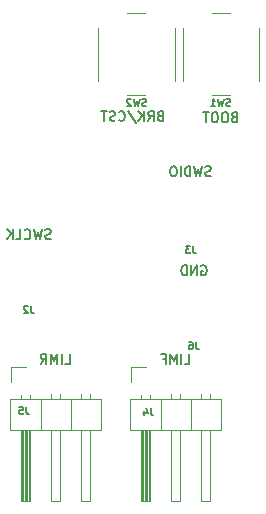
<source format=gbr>
%TF.GenerationSoftware,KiCad,Pcbnew,(5.1.9)-1*%
%TF.CreationDate,2021-12-20T22:20:38-08:00*%
%TF.ProjectId,MCL-102-2,4d434c2d-3130-4322-9d32-2e6b69636164,rev?*%
%TF.SameCoordinates,Original*%
%TF.FileFunction,Legend,Bot*%
%TF.FilePolarity,Positive*%
%FSLAX46Y46*%
G04 Gerber Fmt 4.6, Leading zero omitted, Abs format (unit mm)*
G04 Created by KiCad (PCBNEW (5.1.9)-1) date 2021-12-20 22:20:38*
%MOMM*%
%LPD*%
G01*
G04 APERTURE LIST*
%ADD10C,0.139700*%
%ADD11C,0.120000*%
%ADD12C,0.127000*%
G04 APERTURE END LIST*
D10*
X146948676Y-106273600D02*
X147026085Y-106234895D01*
X147142200Y-106234895D01*
X147258314Y-106273600D01*
X147335723Y-106351009D01*
X147374428Y-106428419D01*
X147413133Y-106583238D01*
X147413133Y-106699352D01*
X147374428Y-106854171D01*
X147335723Y-106931580D01*
X147258314Y-107008990D01*
X147142200Y-107047695D01*
X147064790Y-107047695D01*
X146948676Y-107008990D01*
X146909971Y-106970285D01*
X146909971Y-106699352D01*
X147064790Y-106699352D01*
X146561628Y-107047695D02*
X146561628Y-106234895D01*
X146097171Y-107047695D01*
X146097171Y-106234895D01*
X145710123Y-107047695D02*
X145710123Y-106234895D01*
X145516600Y-106234895D01*
X145400485Y-106273600D01*
X145323076Y-106351009D01*
X145284371Y-106428419D01*
X145245666Y-106583238D01*
X145245666Y-106699352D01*
X145284371Y-106854171D01*
X145323076Y-106931580D01*
X145400485Y-107008990D01*
X145516600Y-107047695D01*
X145710123Y-107047695D01*
X147772361Y-98626990D02*
X147656247Y-98665695D01*
X147462723Y-98665695D01*
X147385314Y-98626990D01*
X147346609Y-98588285D01*
X147307904Y-98510876D01*
X147307904Y-98433466D01*
X147346609Y-98356057D01*
X147385314Y-98317352D01*
X147462723Y-98278647D01*
X147617542Y-98239942D01*
X147694952Y-98201238D01*
X147733657Y-98162533D01*
X147772361Y-98085123D01*
X147772361Y-98007714D01*
X147733657Y-97930304D01*
X147694952Y-97891600D01*
X147617542Y-97852895D01*
X147424019Y-97852895D01*
X147307904Y-97891600D01*
X147036971Y-97852895D02*
X146843447Y-98665695D01*
X146688628Y-98085123D01*
X146533809Y-98665695D01*
X146340285Y-97852895D01*
X146030647Y-98665695D02*
X146030647Y-97852895D01*
X145837123Y-97852895D01*
X145721009Y-97891600D01*
X145643600Y-97969009D01*
X145604895Y-98046419D01*
X145566190Y-98201238D01*
X145566190Y-98317352D01*
X145604895Y-98472171D01*
X145643600Y-98549580D01*
X145721009Y-98626990D01*
X145837123Y-98665695D01*
X146030647Y-98665695D01*
X145217847Y-98665695D02*
X145217847Y-97852895D01*
X144675980Y-97852895D02*
X144521161Y-97852895D01*
X144443752Y-97891600D01*
X144366342Y-97969009D01*
X144327638Y-98123828D01*
X144327638Y-98394761D01*
X144366342Y-98549580D01*
X144443752Y-98626990D01*
X144521161Y-98665695D01*
X144675980Y-98665695D01*
X144753390Y-98626990D01*
X144830800Y-98549580D01*
X144869504Y-98394761D01*
X144869504Y-98123828D01*
X144830800Y-97969009D01*
X144753390Y-97891600D01*
X144675980Y-97852895D01*
X134197876Y-103960990D02*
X134081761Y-103999695D01*
X133888238Y-103999695D01*
X133810828Y-103960990D01*
X133772123Y-103922285D01*
X133733419Y-103844876D01*
X133733419Y-103767466D01*
X133772123Y-103690057D01*
X133810828Y-103651352D01*
X133888238Y-103612647D01*
X134043057Y-103573942D01*
X134120466Y-103535238D01*
X134159171Y-103496533D01*
X134197876Y-103419123D01*
X134197876Y-103341714D01*
X134159171Y-103264304D01*
X134120466Y-103225600D01*
X134043057Y-103186895D01*
X133849533Y-103186895D01*
X133733419Y-103225600D01*
X133462485Y-103186895D02*
X133268961Y-103999695D01*
X133114142Y-103419123D01*
X132959323Y-103999695D01*
X132765800Y-103186895D01*
X131991704Y-103922285D02*
X132030409Y-103960990D01*
X132146523Y-103999695D01*
X132223933Y-103999695D01*
X132340047Y-103960990D01*
X132417457Y-103883580D01*
X132456161Y-103806171D01*
X132494866Y-103651352D01*
X132494866Y-103535238D01*
X132456161Y-103380419D01*
X132417457Y-103303009D01*
X132340047Y-103225600D01*
X132223933Y-103186895D01*
X132146523Y-103186895D01*
X132030409Y-103225600D01*
X131991704Y-103264304D01*
X131256314Y-103999695D02*
X131643361Y-103999695D01*
X131643361Y-103186895D01*
X130985380Y-103999695D02*
X130985380Y-103186895D01*
X130520923Y-103999695D02*
X130869266Y-103535238D01*
X130520923Y-103186895D02*
X130985380Y-103651352D01*
X149718485Y-93667942D02*
X149602371Y-93706647D01*
X149563666Y-93745352D01*
X149524961Y-93822761D01*
X149524961Y-93938876D01*
X149563666Y-94016285D01*
X149602371Y-94054990D01*
X149679780Y-94093695D01*
X149989419Y-94093695D01*
X149989419Y-93280895D01*
X149718485Y-93280895D01*
X149641076Y-93319600D01*
X149602371Y-93358304D01*
X149563666Y-93435714D01*
X149563666Y-93513123D01*
X149602371Y-93590533D01*
X149641076Y-93629238D01*
X149718485Y-93667942D01*
X149989419Y-93667942D01*
X149021800Y-93280895D02*
X148866980Y-93280895D01*
X148789571Y-93319600D01*
X148712161Y-93397009D01*
X148673457Y-93551828D01*
X148673457Y-93822761D01*
X148712161Y-93977580D01*
X148789571Y-94054990D01*
X148866980Y-94093695D01*
X149021800Y-94093695D01*
X149099209Y-94054990D01*
X149176619Y-93977580D01*
X149215323Y-93822761D01*
X149215323Y-93551828D01*
X149176619Y-93397009D01*
X149099209Y-93319600D01*
X149021800Y-93280895D01*
X148170295Y-93280895D02*
X148015476Y-93280895D01*
X147938066Y-93319600D01*
X147860657Y-93397009D01*
X147821952Y-93551828D01*
X147821952Y-93822761D01*
X147860657Y-93977580D01*
X147938066Y-94054990D01*
X148015476Y-94093695D01*
X148170295Y-94093695D01*
X148247704Y-94054990D01*
X148325114Y-93977580D01*
X148363819Y-93822761D01*
X148363819Y-93551828D01*
X148325114Y-93397009D01*
X148247704Y-93319600D01*
X148170295Y-93280895D01*
X147589723Y-93280895D02*
X147125266Y-93280895D01*
X147357495Y-94093695D02*
X147357495Y-93280895D01*
X143456780Y-93566342D02*
X143340666Y-93605047D01*
X143301961Y-93643752D01*
X143263257Y-93721161D01*
X143263257Y-93837276D01*
X143301961Y-93914685D01*
X143340666Y-93953390D01*
X143418076Y-93992095D01*
X143727714Y-93992095D01*
X143727714Y-93179295D01*
X143456780Y-93179295D01*
X143379371Y-93218000D01*
X143340666Y-93256704D01*
X143301961Y-93334114D01*
X143301961Y-93411523D01*
X143340666Y-93488933D01*
X143379371Y-93527638D01*
X143456780Y-93566342D01*
X143727714Y-93566342D01*
X142450457Y-93992095D02*
X142721390Y-93605047D01*
X142914914Y-93992095D02*
X142914914Y-93179295D01*
X142605276Y-93179295D01*
X142527866Y-93218000D01*
X142489161Y-93256704D01*
X142450457Y-93334114D01*
X142450457Y-93450228D01*
X142489161Y-93527638D01*
X142527866Y-93566342D01*
X142605276Y-93605047D01*
X142914914Y-93605047D01*
X142102114Y-93992095D02*
X142102114Y-93179295D01*
X141637657Y-93992095D02*
X141986000Y-93527638D01*
X141637657Y-93179295D02*
X142102114Y-93643752D01*
X140708742Y-93140590D02*
X141405428Y-94185619D01*
X139973352Y-93914685D02*
X140012057Y-93953390D01*
X140128171Y-93992095D01*
X140205580Y-93992095D01*
X140321695Y-93953390D01*
X140399104Y-93875980D01*
X140437809Y-93798571D01*
X140476514Y-93643752D01*
X140476514Y-93527638D01*
X140437809Y-93372819D01*
X140399104Y-93295409D01*
X140321695Y-93218000D01*
X140205580Y-93179295D01*
X140128171Y-93179295D01*
X140012057Y-93218000D01*
X139973352Y-93256704D01*
X139663714Y-93953390D02*
X139547600Y-93992095D01*
X139354076Y-93992095D01*
X139276666Y-93953390D01*
X139237961Y-93914685D01*
X139199257Y-93837276D01*
X139199257Y-93759866D01*
X139237961Y-93682457D01*
X139276666Y-93643752D01*
X139354076Y-93605047D01*
X139508895Y-93566342D01*
X139586304Y-93527638D01*
X139625009Y-93488933D01*
X139663714Y-93411523D01*
X139663714Y-93334114D01*
X139625009Y-93256704D01*
X139586304Y-93218000D01*
X139508895Y-93179295D01*
X139315371Y-93179295D01*
X139199257Y-93218000D01*
X138967028Y-93179295D02*
X138502571Y-93179295D01*
X138734800Y-93992095D02*
X138734800Y-93179295D01*
X135432800Y-114540695D02*
X135819847Y-114540695D01*
X135819847Y-113727895D01*
X135161866Y-114540695D02*
X135161866Y-113727895D01*
X134774819Y-114540695D02*
X134774819Y-113727895D01*
X134503885Y-114308466D01*
X134232952Y-113727895D01*
X134232952Y-114540695D01*
X133381447Y-114540695D02*
X133652380Y-114153647D01*
X133845904Y-114540695D02*
X133845904Y-113727895D01*
X133536266Y-113727895D01*
X133458857Y-113766600D01*
X133420152Y-113805304D01*
X133381447Y-113882714D01*
X133381447Y-113998828D01*
X133420152Y-114076238D01*
X133458857Y-114114942D01*
X133536266Y-114153647D01*
X133845904Y-114153647D01*
X145534742Y-114540695D02*
X145921790Y-114540695D01*
X145921790Y-113727895D01*
X145263809Y-114540695D02*
X145263809Y-113727895D01*
X144876761Y-114540695D02*
X144876761Y-113727895D01*
X144605828Y-114308466D01*
X144334895Y-113727895D01*
X144334895Y-114540695D01*
X143676914Y-114114942D02*
X143947847Y-114114942D01*
X143947847Y-114540695D02*
X143947847Y-113727895D01*
X143560800Y-113727895D01*
D11*
%TO.C,SW1*%
X149376000Y-91840000D02*
X147876000Y-91840000D01*
X145376000Y-90590000D02*
X145376000Y-86090000D01*
X147876000Y-84840000D02*
X149376000Y-84840000D01*
X151876000Y-86090000D02*
X151876000Y-90590000D01*
%TO.C,J5*%
X130750000Y-117518000D02*
X138490000Y-117518000D01*
X138490000Y-117518000D02*
X138490000Y-120178000D01*
X138490000Y-120178000D02*
X130750000Y-120178000D01*
X130750000Y-120178000D02*
X130750000Y-117518000D01*
X131700000Y-120178000D02*
X131700000Y-126178000D01*
X131700000Y-126178000D02*
X132460000Y-126178000D01*
X132460000Y-126178000D02*
X132460000Y-120178000D01*
X131760000Y-120178000D02*
X131760000Y-126178000D01*
X131880000Y-120178000D02*
X131880000Y-126178000D01*
X132000000Y-120178000D02*
X132000000Y-126178000D01*
X132120000Y-120178000D02*
X132120000Y-126178000D01*
X132240000Y-120178000D02*
X132240000Y-126178000D01*
X132360000Y-120178000D02*
X132360000Y-126178000D01*
X131700000Y-117188000D02*
X131700000Y-117518000D01*
X132460000Y-117188000D02*
X132460000Y-117518000D01*
X133350000Y-117518000D02*
X133350000Y-120178000D01*
X134240000Y-120178000D02*
X134240000Y-126178000D01*
X134240000Y-126178000D02*
X135000000Y-126178000D01*
X135000000Y-126178000D02*
X135000000Y-120178000D01*
X134240000Y-117120929D02*
X134240000Y-117518000D01*
X135000000Y-117120929D02*
X135000000Y-117518000D01*
X135890000Y-117518000D02*
X135890000Y-120178000D01*
X136780000Y-120178000D02*
X136780000Y-126178000D01*
X136780000Y-126178000D02*
X137540000Y-126178000D01*
X137540000Y-126178000D02*
X137540000Y-120178000D01*
X136780000Y-117120929D02*
X136780000Y-117518000D01*
X137540000Y-117120929D02*
X137540000Y-117518000D01*
X132080000Y-114808000D02*
X130810000Y-114808000D01*
X130810000Y-114808000D02*
X130810000Y-116078000D01*
%TO.C,J4*%
X140910000Y-117518000D02*
X148650000Y-117518000D01*
X148650000Y-117518000D02*
X148650000Y-120178000D01*
X148650000Y-120178000D02*
X140910000Y-120178000D01*
X140910000Y-120178000D02*
X140910000Y-117518000D01*
X141860000Y-120178000D02*
X141860000Y-126178000D01*
X141860000Y-126178000D02*
X142620000Y-126178000D01*
X142620000Y-126178000D02*
X142620000Y-120178000D01*
X141920000Y-120178000D02*
X141920000Y-126178000D01*
X142040000Y-120178000D02*
X142040000Y-126178000D01*
X142160000Y-120178000D02*
X142160000Y-126178000D01*
X142280000Y-120178000D02*
X142280000Y-126178000D01*
X142400000Y-120178000D02*
X142400000Y-126178000D01*
X142520000Y-120178000D02*
X142520000Y-126178000D01*
X141860000Y-117188000D02*
X141860000Y-117518000D01*
X142620000Y-117188000D02*
X142620000Y-117518000D01*
X143510000Y-117518000D02*
X143510000Y-120178000D01*
X144400000Y-120178000D02*
X144400000Y-126178000D01*
X144400000Y-126178000D02*
X145160000Y-126178000D01*
X145160000Y-126178000D02*
X145160000Y-120178000D01*
X144400000Y-117120929D02*
X144400000Y-117518000D01*
X145160000Y-117120929D02*
X145160000Y-117518000D01*
X146050000Y-117518000D02*
X146050000Y-120178000D01*
X146940000Y-120178000D02*
X146940000Y-126178000D01*
X146940000Y-126178000D02*
X147700000Y-126178000D01*
X147700000Y-126178000D02*
X147700000Y-120178000D01*
X146940000Y-117120929D02*
X146940000Y-117518000D01*
X147700000Y-117120929D02*
X147700000Y-117518000D01*
X142240000Y-114808000D02*
X140970000Y-114808000D01*
X140970000Y-114808000D02*
X140970000Y-116078000D01*
%TO.C,SW2*%
X142192000Y-91840000D02*
X140692000Y-91840000D01*
X138192000Y-90590000D02*
X138192000Y-86090000D01*
X140692000Y-84840000D02*
X142192000Y-84840000D01*
X144692000Y-86090000D02*
X144692000Y-90590000D01*
%TO.C,SW1*%
D12*
X149402800Y-92702742D02*
X149315714Y-92731771D01*
X149170571Y-92731771D01*
X149112514Y-92702742D01*
X149083485Y-92673714D01*
X149054457Y-92615657D01*
X149054457Y-92557600D01*
X149083485Y-92499542D01*
X149112514Y-92470514D01*
X149170571Y-92441485D01*
X149286685Y-92412457D01*
X149344742Y-92383428D01*
X149373771Y-92354400D01*
X149402800Y-92296342D01*
X149402800Y-92238285D01*
X149373771Y-92180228D01*
X149344742Y-92151200D01*
X149286685Y-92122171D01*
X149141542Y-92122171D01*
X149054457Y-92151200D01*
X148851257Y-92122171D02*
X148706114Y-92731771D01*
X148590000Y-92296342D01*
X148473885Y-92731771D01*
X148328742Y-92122171D01*
X147777200Y-92731771D02*
X148125542Y-92731771D01*
X147951371Y-92731771D02*
X147951371Y-92122171D01*
X148009428Y-92209257D01*
X148067485Y-92267314D01*
X148125542Y-92296342D01*
%TO.C,J6*%
X146507200Y-112696171D02*
X146507200Y-113131600D01*
X146536228Y-113218685D01*
X146594285Y-113276742D01*
X146681371Y-113305771D01*
X146739428Y-113305771D01*
X145955657Y-112696171D02*
X146071771Y-112696171D01*
X146129828Y-112725200D01*
X146158857Y-112754228D01*
X146216914Y-112841314D01*
X146245942Y-112957428D01*
X146245942Y-113189657D01*
X146216914Y-113247714D01*
X146187885Y-113276742D01*
X146129828Y-113305771D01*
X146013714Y-113305771D01*
X145955657Y-113276742D01*
X145926628Y-113247714D01*
X145897600Y-113189657D01*
X145897600Y-113044514D01*
X145926628Y-112986457D01*
X145955657Y-112957428D01*
X146013714Y-112928400D01*
X146129828Y-112928400D01*
X146187885Y-112957428D01*
X146216914Y-112986457D01*
X146245942Y-113044514D01*
%TO.C,J3*%
X146253200Y-104568171D02*
X146253200Y-105003600D01*
X146282228Y-105090685D01*
X146340285Y-105148742D01*
X146427371Y-105177771D01*
X146485428Y-105177771D01*
X146020971Y-104568171D02*
X145643600Y-104568171D01*
X145846800Y-104800400D01*
X145759714Y-104800400D01*
X145701657Y-104829428D01*
X145672628Y-104858457D01*
X145643600Y-104916514D01*
X145643600Y-105061657D01*
X145672628Y-105119714D01*
X145701657Y-105148742D01*
X145759714Y-105177771D01*
X145933885Y-105177771D01*
X145991942Y-105148742D01*
X146020971Y-105119714D01*
%TO.C,J5*%
X132130800Y-118207971D02*
X132130800Y-118643400D01*
X132159828Y-118730485D01*
X132217885Y-118788542D01*
X132304971Y-118817571D01*
X132363028Y-118817571D01*
X131550228Y-118207971D02*
X131840514Y-118207971D01*
X131869542Y-118498257D01*
X131840514Y-118469228D01*
X131782457Y-118440200D01*
X131637314Y-118440200D01*
X131579257Y-118469228D01*
X131550228Y-118498257D01*
X131521200Y-118556314D01*
X131521200Y-118701457D01*
X131550228Y-118759514D01*
X131579257Y-118788542D01*
X131637314Y-118817571D01*
X131782457Y-118817571D01*
X131840514Y-118788542D01*
X131869542Y-118759514D01*
%TO.C,J4*%
X142671800Y-118309571D02*
X142671800Y-118745000D01*
X142700828Y-118832085D01*
X142758885Y-118890142D01*
X142845971Y-118919171D01*
X142904028Y-118919171D01*
X142120257Y-118512771D02*
X142120257Y-118919171D01*
X142265400Y-118280542D02*
X142410542Y-118715971D01*
X142033171Y-118715971D01*
%TO.C,SW2*%
X142290800Y-92702742D02*
X142203714Y-92731771D01*
X142058571Y-92731771D01*
X142000514Y-92702742D01*
X141971485Y-92673714D01*
X141942457Y-92615657D01*
X141942457Y-92557600D01*
X141971485Y-92499542D01*
X142000514Y-92470514D01*
X142058571Y-92441485D01*
X142174685Y-92412457D01*
X142232742Y-92383428D01*
X142261771Y-92354400D01*
X142290800Y-92296342D01*
X142290800Y-92238285D01*
X142261771Y-92180228D01*
X142232742Y-92151200D01*
X142174685Y-92122171D01*
X142029542Y-92122171D01*
X141942457Y-92151200D01*
X141739257Y-92122171D02*
X141594114Y-92731771D01*
X141478000Y-92296342D01*
X141361885Y-92731771D01*
X141216742Y-92122171D01*
X141013542Y-92180228D02*
X140984514Y-92151200D01*
X140926457Y-92122171D01*
X140781314Y-92122171D01*
X140723257Y-92151200D01*
X140694228Y-92180228D01*
X140665200Y-92238285D01*
X140665200Y-92296342D01*
X140694228Y-92383428D01*
X141042571Y-92731771D01*
X140665200Y-92731771D01*
%TO.C,J2*%
X132537200Y-109648171D02*
X132537200Y-110083600D01*
X132566228Y-110170685D01*
X132624285Y-110228742D01*
X132711371Y-110257771D01*
X132769428Y-110257771D01*
X132275942Y-109706228D02*
X132246914Y-109677200D01*
X132188857Y-109648171D01*
X132043714Y-109648171D01*
X131985657Y-109677200D01*
X131956628Y-109706228D01*
X131927600Y-109764285D01*
X131927600Y-109822342D01*
X131956628Y-109909428D01*
X132304971Y-110257771D01*
X131927600Y-110257771D01*
%TD*%
M02*

</source>
